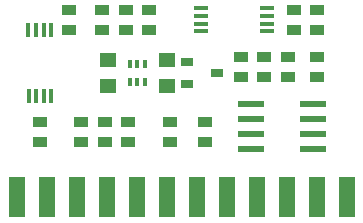
<source format=gts>
%FSLAX46Y46*%
G04 Gerber Fmt 4.6, Leading zero omitted, Abs format (unit mm)*
G04 Created by KiCad (PCBNEW (2014-09-02 BZR 5112)-product) date 2014-09-07 2:51:26 PM*
%MOMM*%
G01*
G04 APERTURE LIST*
%ADD10C,0.150000*%
%ADD11R,0.299720X1.300480*%
%ADD12R,1.300480X0.299720*%
%ADD13R,0.398780X0.797560*%
%ADD14R,1.000760X0.701040*%
%ADD15R,2.199640X0.599440*%
%ADD16R,1.397000X1.143000*%
%ADD17R,1.143000X0.812800*%
%ADD18R,1.350000X3.500000*%
G04 APERTURE END LIST*
D10*
D11*
X143544600Y-90944000D03*
X144179600Y-90944000D03*
X144840000Y-90944000D03*
X145475000Y-90944000D03*
X145475000Y-85356000D03*
X144827300Y-85356000D03*
X144179600Y-85356000D03*
X143531900Y-85356000D03*
D12*
X163694000Y-85455400D03*
X163694000Y-84820400D03*
X163694000Y-84160000D03*
X163694000Y-83525000D03*
X158106000Y-83525000D03*
X158106000Y-84172700D03*
X158106000Y-84820400D03*
X158106000Y-85468100D03*
D13*
X152102300Y-89797560D03*
X152750000Y-89797560D03*
X153397700Y-89797560D03*
X153397700Y-88202440D03*
X152750000Y-88202440D03*
X152102300Y-88202440D03*
D14*
X159520000Y-89000000D03*
X156980000Y-89952500D03*
X156980000Y-88047500D03*
D15*
X167598420Y-95405000D03*
X167598420Y-94135000D03*
X167598420Y-92865000D03*
X167598420Y-91595000D03*
X162401580Y-91595000D03*
X162401580Y-92865000D03*
X162401580Y-94135000D03*
X162401580Y-95405000D03*
D16*
X155250000Y-87920500D03*
X155250000Y-90079500D03*
X150250000Y-87920500D03*
X150250000Y-90079500D03*
D17*
X148000000Y-94850900D03*
X148000000Y-93149100D03*
X151750000Y-85350900D03*
X151750000Y-83649100D03*
X153750000Y-83649100D03*
X153750000Y-85350900D03*
X147000000Y-85350900D03*
X147000000Y-83649100D03*
X152000000Y-93149100D03*
X152000000Y-94850900D03*
X150000000Y-93149100D03*
X150000000Y-94850900D03*
X158500000Y-93149100D03*
X158500000Y-94850900D03*
X149750000Y-83649100D03*
X149750000Y-85350900D03*
X155500000Y-93149100D03*
X155500000Y-94850900D03*
X144500000Y-94850900D03*
X144500000Y-93149100D03*
X161500000Y-87649100D03*
X161500000Y-89350900D03*
X168000000Y-89350900D03*
X168000000Y-87649100D03*
X166000000Y-83649100D03*
X166000000Y-85350900D03*
X168000000Y-85350900D03*
X168000000Y-83649100D03*
X163500000Y-87649100D03*
X163500000Y-89350900D03*
X165500000Y-87649100D03*
X165500000Y-89350900D03*
D18*
X142530000Y-99500000D03*
X145070000Y-99500000D03*
X147610000Y-99500000D03*
X150150000Y-99500000D03*
X152690000Y-99500000D03*
X155230000Y-99500000D03*
X157770000Y-99500000D03*
X160310000Y-99500000D03*
X162850000Y-99500000D03*
X165390000Y-99500000D03*
X167930000Y-99500000D03*
X170470000Y-99500000D03*
M02*

</source>
